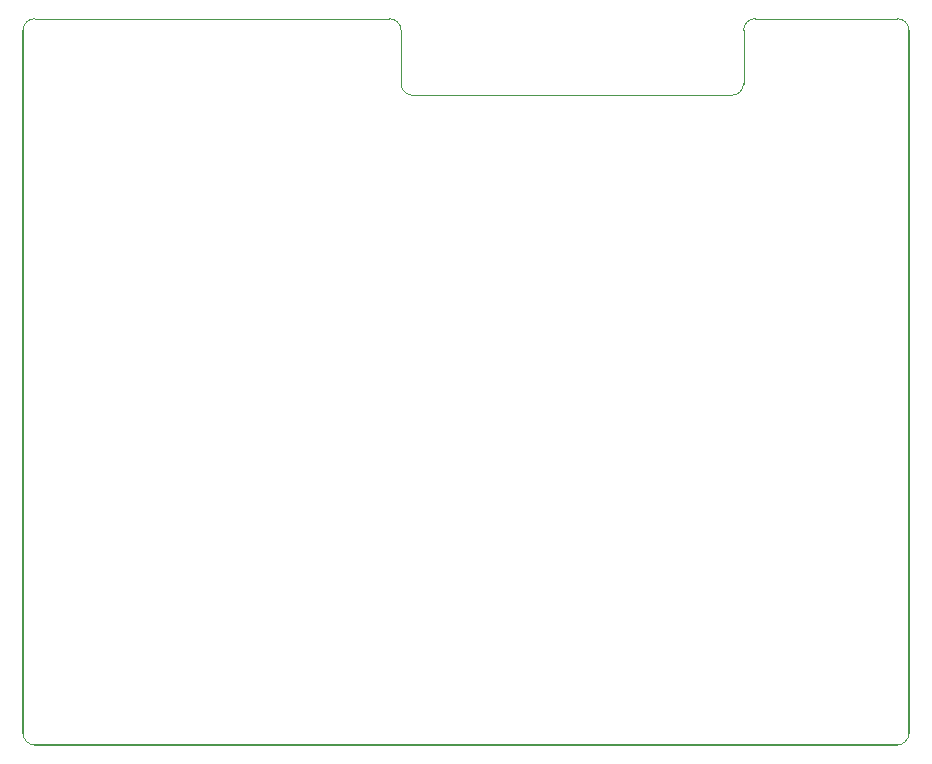
<source format=gbr>
%TF.GenerationSoftware,KiCad,Pcbnew,5.1.6-c6e7f7d~87~ubuntu18.04.1*%
%TF.CreationDate,2020-09-13T15:34:11-06:00*%
%TF.ProjectId,twinkle-led-controller,7477696e-6b6c-4652-9d6c-65642d636f6e,rev?*%
%TF.SameCoordinates,Original*%
%TF.FileFunction,Profile,NP*%
%FSLAX46Y46*%
G04 Gerber Fmt 4.6, Leading zero omitted, Abs format (unit mm)*
G04 Created by KiCad (PCBNEW 5.1.6-c6e7f7d~87~ubuntu18.04.1) date 2020-09-13 15:34:11*
%MOMM*%
%LPD*%
G01*
G04 APERTURE LIST*
%TA.AperFunction,Profile*%
%ADD10C,0.050000*%
%TD*%
%TA.AperFunction,Profile*%
%ADD11C,0.150000*%
%TD*%
G04 APERTURE END LIST*
D10*
X208500000Y-58500000D02*
G75*
G02*
X207500000Y-57500000I0J1000000D01*
G01*
X206500000Y-52000000D02*
G75*
G02*
X207500000Y-53000000I0J-1000000D01*
G01*
X175500000Y-53000000D02*
G75*
G02*
X176500000Y-52000000I1000000J0D01*
G01*
X176500000Y-113500000D02*
G75*
G02*
X175500000Y-112500000I0J1000000D01*
G01*
X250500000Y-112500000D02*
G75*
G02*
X249500000Y-113500000I-1000000J0D01*
G01*
X249500000Y-52000000D02*
X237500000Y-52000000D01*
X249500000Y-52000000D02*
G75*
G02*
X250500000Y-53000000I0J-1000000D01*
G01*
X236500000Y-57500000D02*
X236500000Y-53000000D01*
X236500000Y-57500000D02*
G75*
G02*
X235500000Y-58500000I-1000000J0D01*
G01*
X236500000Y-53000000D02*
G75*
G02*
X237500000Y-52000000I1000000J0D01*
G01*
X206500000Y-52000000D02*
X176500000Y-52000000D01*
X207500000Y-57500000D02*
X207500000Y-53000000D01*
X235500000Y-58500000D02*
X208500000Y-58500000D01*
D11*
X250500000Y-112500000D02*
X250500000Y-53000000D01*
X176500000Y-113500000D02*
X249500000Y-113500000D01*
X175500000Y-53000000D02*
X175500000Y-112500000D01*
M02*

</source>
